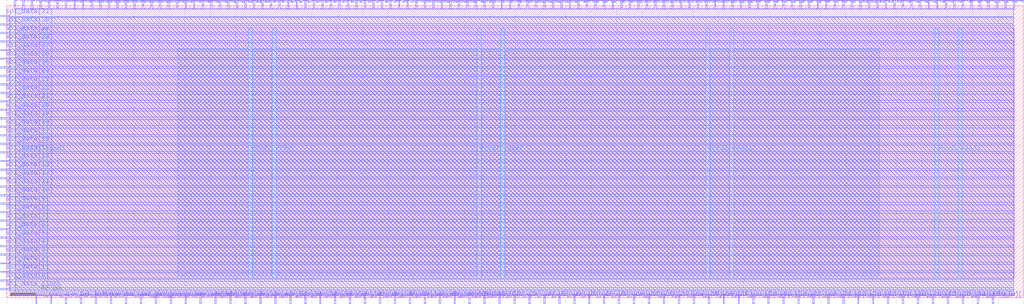
<source format=lef>
VERSION 5.7 ;
  NOWIREEXTENSIONATPIN ON ;
  DIVIDERCHAR "/" ;
  BUSBITCHARS "[]" ;
MACRO controller_core
  CLASS BLOCK ;
  FOREIGN controller_core ;
  ORIGIN 0.000 0.000 ;
  SIZE 800.000 BY 230.000 ;
  PIN clock
    DIRECTION INPUT ;
    USE SIGNAL ;
    PORT
      LAYER Metal2 ;
        RECT 775.320 -4.800 776.440 2.400 ;
    END
  END clock
  PIN clock_out[0]
    DIRECTION OUTPUT TRISTATE ;
    USE SIGNAL ;
    PORT
      LAYER Metal2 ;
        RECT 220.920 227.600 222.040 234.800 ;
    END
  END clock_out[0]
  PIN clock_out[1]
    DIRECTION OUTPUT TRISTATE ;
    USE SIGNAL ;
    PORT
      LAYER Metal2 ;
        RECT 227.640 227.600 228.760 234.800 ;
    END
  END clock_out[1]
  PIN clock_out[2]
    DIRECTION OUTPUT TRISTATE ;
    USE SIGNAL ;
    PORT
      LAYER Metal2 ;
        RECT 234.360 227.600 235.480 234.800 ;
    END
  END clock_out[2]
  PIN clock_out[3]
    DIRECTION OUTPUT TRISTATE ;
    USE SIGNAL ;
    PORT
      LAYER Metal2 ;
        RECT 241.080 227.600 242.200 234.800 ;
    END
  END clock_out[3]
  PIN clock_out[4]
    DIRECTION OUTPUT TRISTATE ;
    USE SIGNAL ;
    PORT
      LAYER Metal2 ;
        RECT 247.800 227.600 248.920 234.800 ;
    END
  END clock_out[4]
  PIN clock_out[5]
    DIRECTION OUTPUT TRISTATE ;
    USE SIGNAL ;
    PORT
      LAYER Metal2 ;
        RECT 254.520 227.600 255.640 234.800 ;
    END
  END clock_out[5]
  PIN clock_out[6]
    DIRECTION OUTPUT TRISTATE ;
    USE SIGNAL ;
    PORT
      LAYER Metal2 ;
        RECT 261.240 227.600 262.360 234.800 ;
    END
  END clock_out[6]
  PIN clock_out[7]
    DIRECTION OUTPUT TRISTATE ;
    USE SIGNAL ;
    PORT
      LAYER Metal2 ;
        RECT 267.960 227.600 269.080 234.800 ;
    END
  END clock_out[7]
  PIN clock_out[8]
    DIRECTION OUTPUT TRISTATE ;
    USE SIGNAL ;
    PORT
      LAYER Metal2 ;
        RECT 274.680 227.600 275.800 234.800 ;
    END
  END clock_out[8]
  PIN clock_out[9]
    DIRECTION OUTPUT TRISTATE ;
    USE SIGNAL ;
    PORT
      LAYER Metal2 ;
        RECT 281.400 227.600 282.520 234.800 ;
    END
  END clock_out[9]
  PIN col_select_left[0]
    DIRECTION OUTPUT TRISTATE ;
    USE SIGNAL ;
    PORT
      LAYER Metal2 ;
        RECT 409.080 227.600 410.200 234.800 ;
    END
  END col_select_left[0]
  PIN col_select_left[1]
    DIRECTION OUTPUT TRISTATE ;
    USE SIGNAL ;
    PORT
      LAYER Metal2 ;
        RECT 415.800 227.600 416.920 234.800 ;
    END
  END col_select_left[1]
  PIN col_select_left[2]
    DIRECTION OUTPUT TRISTATE ;
    USE SIGNAL ;
    PORT
      LAYER Metal2 ;
        RECT 422.520 227.600 423.640 234.800 ;
    END
  END col_select_left[2]
  PIN col_select_left[3]
    DIRECTION OUTPUT TRISTATE ;
    USE SIGNAL ;
    PORT
      LAYER Metal2 ;
        RECT 429.240 227.600 430.360 234.800 ;
    END
  END col_select_left[3]
  PIN col_select_left[4]
    DIRECTION OUTPUT TRISTATE ;
    USE SIGNAL ;
    PORT
      LAYER Metal2 ;
        RECT 435.960 227.600 437.080 234.800 ;
    END
  END col_select_left[4]
  PIN col_select_left[5]
    DIRECTION OUTPUT TRISTATE ;
    USE SIGNAL ;
    PORT
      LAYER Metal2 ;
        RECT 442.680 227.600 443.800 234.800 ;
    END
  END col_select_left[5]
  PIN col_select_right[0]
    DIRECTION OUTPUT TRISTATE ;
    USE SIGNAL ;
    PORT
      LAYER Metal2 ;
        RECT 368.760 227.600 369.880 234.800 ;
    END
  END col_select_right[0]
  PIN col_select_right[1]
    DIRECTION OUTPUT TRISTATE ;
    USE SIGNAL ;
    PORT
      LAYER Metal2 ;
        RECT 375.480 227.600 376.600 234.800 ;
    END
  END col_select_right[1]
  PIN col_select_right[2]
    DIRECTION OUTPUT TRISTATE ;
    USE SIGNAL ;
    PORT
      LAYER Metal2 ;
        RECT 382.200 227.600 383.320 234.800 ;
    END
  END col_select_right[2]
  PIN col_select_right[3]
    DIRECTION OUTPUT TRISTATE ;
    USE SIGNAL ;
    PORT
      LAYER Metal2 ;
        RECT 388.920 227.600 390.040 234.800 ;
    END
  END col_select_right[3]
  PIN col_select_right[4]
    DIRECTION OUTPUT TRISTATE ;
    USE SIGNAL ;
    PORT
      LAYER Metal2 ;
        RECT 395.640 227.600 396.760 234.800 ;
    END
  END col_select_right[4]
  PIN col_select_right[5]
    DIRECTION OUTPUT TRISTATE ;
    USE SIGNAL ;
    PORT
      LAYER Metal2 ;
        RECT 402.360 227.600 403.480 234.800 ;
    END
  END col_select_right[5]
  PIN data_out_left[0]
    DIRECTION OUTPUT TRISTATE ;
    USE SIGNAL ;
    PORT
      LAYER Metal2 ;
        RECT 556.920 227.600 558.040 234.800 ;
    END
  END data_out_left[0]
  PIN data_out_left[10]
    DIRECTION OUTPUT TRISTATE ;
    USE SIGNAL ;
    PORT
      LAYER Metal2 ;
        RECT 624.120 227.600 625.240 234.800 ;
    END
  END data_out_left[10]
  PIN data_out_left[11]
    DIRECTION OUTPUT TRISTATE ;
    USE SIGNAL ;
    PORT
      LAYER Metal2 ;
        RECT 630.840 227.600 631.960 234.800 ;
    END
  END data_out_left[11]
  PIN data_out_left[12]
    DIRECTION OUTPUT TRISTATE ;
    USE SIGNAL ;
    PORT
      LAYER Metal2 ;
        RECT 637.560 227.600 638.680 234.800 ;
    END
  END data_out_left[12]
  PIN data_out_left[13]
    DIRECTION OUTPUT TRISTATE ;
    USE SIGNAL ;
    PORT
      LAYER Metal2 ;
        RECT 644.280 227.600 645.400 234.800 ;
    END
  END data_out_left[13]
  PIN data_out_left[14]
    DIRECTION OUTPUT TRISTATE ;
    USE SIGNAL ;
    PORT
      LAYER Metal2 ;
        RECT 651.000 227.600 652.120 234.800 ;
    END
  END data_out_left[14]
  PIN data_out_left[15]
    DIRECTION OUTPUT TRISTATE ;
    USE SIGNAL ;
    PORT
      LAYER Metal2 ;
        RECT 657.720 227.600 658.840 234.800 ;
    END
  END data_out_left[15]
  PIN data_out_left[1]
    DIRECTION OUTPUT TRISTATE ;
    USE SIGNAL ;
    PORT
      LAYER Metal2 ;
        RECT 563.640 227.600 564.760 234.800 ;
    END
  END data_out_left[1]
  PIN data_out_left[2]
    DIRECTION OUTPUT TRISTATE ;
    USE SIGNAL ;
    PORT
      LAYER Metal2 ;
        RECT 570.360 227.600 571.480 234.800 ;
    END
  END data_out_left[2]
  PIN data_out_left[3]
    DIRECTION OUTPUT TRISTATE ;
    USE SIGNAL ;
    PORT
      LAYER Metal2 ;
        RECT 577.080 227.600 578.200 234.800 ;
    END
  END data_out_left[3]
  PIN data_out_left[4]
    DIRECTION OUTPUT TRISTATE ;
    USE SIGNAL ;
    PORT
      LAYER Metal2 ;
        RECT 583.800 227.600 584.920 234.800 ;
    END
  END data_out_left[4]
  PIN data_out_left[5]
    DIRECTION OUTPUT TRISTATE ;
    USE SIGNAL ;
    PORT
      LAYER Metal2 ;
        RECT 590.520 227.600 591.640 234.800 ;
    END
  END data_out_left[5]
  PIN data_out_left[6]
    DIRECTION OUTPUT TRISTATE ;
    USE SIGNAL ;
    PORT
      LAYER Metal2 ;
        RECT 597.240 227.600 598.360 234.800 ;
    END
  END data_out_left[6]
  PIN data_out_left[7]
    DIRECTION OUTPUT TRISTATE ;
    USE SIGNAL ;
    PORT
      LAYER Metal2 ;
        RECT 603.960 227.600 605.080 234.800 ;
    END
  END data_out_left[7]
  PIN data_out_left[8]
    DIRECTION OUTPUT TRISTATE ;
    USE SIGNAL ;
    PORT
      LAYER Metal2 ;
        RECT 610.680 227.600 611.800 234.800 ;
    END
  END data_out_left[8]
  PIN data_out_left[9]
    DIRECTION OUTPUT TRISTATE ;
    USE SIGNAL ;
    PORT
      LAYER Metal2 ;
        RECT 617.400 227.600 618.520 234.800 ;
    END
  END data_out_left[9]
  PIN data_out_right[0]
    DIRECTION OUTPUT TRISTATE ;
    USE SIGNAL ;
    PORT
      LAYER Metal2 ;
        RECT 449.400 227.600 450.520 234.800 ;
    END
  END data_out_right[0]
  PIN data_out_right[10]
    DIRECTION OUTPUT TRISTATE ;
    USE SIGNAL ;
    PORT
      LAYER Metal2 ;
        RECT 516.600 227.600 517.720 234.800 ;
    END
  END data_out_right[10]
  PIN data_out_right[11]
    DIRECTION OUTPUT TRISTATE ;
    USE SIGNAL ;
    PORT
      LAYER Metal2 ;
        RECT 523.320 227.600 524.440 234.800 ;
    END
  END data_out_right[11]
  PIN data_out_right[12]
    DIRECTION OUTPUT TRISTATE ;
    USE SIGNAL ;
    PORT
      LAYER Metal2 ;
        RECT 530.040 227.600 531.160 234.800 ;
    END
  END data_out_right[12]
  PIN data_out_right[13]
    DIRECTION OUTPUT TRISTATE ;
    USE SIGNAL ;
    PORT
      LAYER Metal2 ;
        RECT 536.760 227.600 537.880 234.800 ;
    END
  END data_out_right[13]
  PIN data_out_right[14]
    DIRECTION OUTPUT TRISTATE ;
    USE SIGNAL ;
    PORT
      LAYER Metal2 ;
        RECT 543.480 227.600 544.600 234.800 ;
    END
  END data_out_right[14]
  PIN data_out_right[15]
    DIRECTION OUTPUT TRISTATE ;
    USE SIGNAL ;
    PORT
      LAYER Metal2 ;
        RECT 550.200 227.600 551.320 234.800 ;
    END
  END data_out_right[15]
  PIN data_out_right[1]
    DIRECTION OUTPUT TRISTATE ;
    USE SIGNAL ;
    PORT
      LAYER Metal2 ;
        RECT 456.120 227.600 457.240 234.800 ;
    END
  END data_out_right[1]
  PIN data_out_right[2]
    DIRECTION OUTPUT TRISTATE ;
    USE SIGNAL ;
    PORT
      LAYER Metal2 ;
        RECT 462.840 227.600 463.960 234.800 ;
    END
  END data_out_right[2]
  PIN data_out_right[3]
    DIRECTION OUTPUT TRISTATE ;
    USE SIGNAL ;
    PORT
      LAYER Metal2 ;
        RECT 469.560 227.600 470.680 234.800 ;
    END
  END data_out_right[3]
  PIN data_out_right[4]
    DIRECTION OUTPUT TRISTATE ;
    USE SIGNAL ;
    PORT
      LAYER Metal2 ;
        RECT 476.280 227.600 477.400 234.800 ;
    END
  END data_out_right[4]
  PIN data_out_right[5]
    DIRECTION OUTPUT TRISTATE ;
    USE SIGNAL ;
    PORT
      LAYER Metal2 ;
        RECT 483.000 227.600 484.120 234.800 ;
    END
  END data_out_right[5]
  PIN data_out_right[6]
    DIRECTION OUTPUT TRISTATE ;
    USE SIGNAL ;
    PORT
      LAYER Metal2 ;
        RECT 489.720 227.600 490.840 234.800 ;
    END
  END data_out_right[6]
  PIN data_out_right[7]
    DIRECTION OUTPUT TRISTATE ;
    USE SIGNAL ;
    PORT
      LAYER Metal2 ;
        RECT 496.440 227.600 497.560 234.800 ;
    END
  END data_out_right[7]
  PIN data_out_right[8]
    DIRECTION OUTPUT TRISTATE ;
    USE SIGNAL ;
    PORT
      LAYER Metal2 ;
        RECT 503.160 227.600 504.280 234.800 ;
    END
  END data_out_right[8]
  PIN data_out_right[9]
    DIRECTION OUTPUT TRISTATE ;
    USE SIGNAL ;
    PORT
      LAYER Metal2 ;
        RECT 509.880 227.600 511.000 234.800 ;
    END
  END data_out_right[9]
  PIN inverter_select[0]
    DIRECTION OUTPUT TRISTATE ;
    USE SIGNAL ;
    PORT
      LAYER Metal2 ;
        RECT 731.640 227.600 732.760 234.800 ;
    END
  END inverter_select[0]
  PIN inverter_select[1]
    DIRECTION OUTPUT TRISTATE ;
    USE SIGNAL ;
    PORT
      LAYER Metal2 ;
        RECT 738.360 227.600 739.480 234.800 ;
    END
  END inverter_select[1]
  PIN inverter_select[2]
    DIRECTION OUTPUT TRISTATE ;
    USE SIGNAL ;
    PORT
      LAYER Metal2 ;
        RECT 745.080 227.600 746.200 234.800 ;
    END
  END inverter_select[2]
  PIN inverter_select[3]
    DIRECTION OUTPUT TRISTATE ;
    USE SIGNAL ;
    PORT
      LAYER Metal2 ;
        RECT 751.800 227.600 752.920 234.800 ;
    END
  END inverter_select[3]
  PIN inverter_select[4]
    DIRECTION OUTPUT TRISTATE ;
    USE SIGNAL ;
    PORT
      LAYER Metal2 ;
        RECT 758.520 227.600 759.640 234.800 ;
    END
  END inverter_select[4]
  PIN inverter_select[5]
    DIRECTION OUTPUT TRISTATE ;
    USE SIGNAL ;
    PORT
      LAYER Metal2 ;
        RECT 765.240 227.600 766.360 234.800 ;
    END
  END inverter_select[5]
  PIN inverter_select[6]
    DIRECTION OUTPUT TRISTATE ;
    USE SIGNAL ;
    PORT
      LAYER Metal2 ;
        RECT 771.960 227.600 773.080 234.800 ;
    END
  END inverter_select[6]
  PIN inverter_select[7]
    DIRECTION OUTPUT TRISTATE ;
    USE SIGNAL ;
    PORT
      LAYER Metal2 ;
        RECT 778.680 227.600 779.800 234.800 ;
    END
  END inverter_select[7]
  PIN inverter_select[8]
    DIRECTION OUTPUT TRISTATE ;
    USE SIGNAL ;
    PORT
      LAYER Metal2 ;
        RECT 785.400 227.600 786.520 234.800 ;
    END
  END inverter_select[8]
  PIN inverter_select[9]
    DIRECTION OUTPUT TRISTATE ;
    USE SIGNAL ;
    PORT
      LAYER Metal2 ;
        RECT 792.120 227.600 793.240 234.800 ;
    END
  END inverter_select[9]
  PIN io_control_trigger_in
    DIRECTION INPUT ;
    USE SIGNAL ;
    PORT
      LAYER Metal2 ;
        RECT 69.720 -4.800 70.840 2.400 ;
    END
  END io_control_trigger_in
  PIN io_control_trigger_oeb
    DIRECTION OUTPUT TRISTATE ;
    USE SIGNAL ;
    PORT
      LAYER Metal2 ;
        RECT 81.480 -4.800 82.600 2.400 ;
    END
  END io_control_trigger_oeb
  PIN io_driver_io_oeb[0]
    DIRECTION OUTPUT TRISTATE ;
    USE SIGNAL ;
    PORT
      LAYER Metal2 ;
        RECT 116.760 -4.800 117.880 2.400 ;
    END
  END io_driver_io_oeb[0]
  PIN io_driver_io_oeb[10]
    DIRECTION OUTPUT TRISTATE ;
    USE SIGNAL ;
    PORT
      LAYER Metal2 ;
        RECT 234.360 -4.800 235.480 2.400 ;
    END
  END io_driver_io_oeb[10]
  PIN io_driver_io_oeb[11]
    DIRECTION OUTPUT TRISTATE ;
    USE SIGNAL ;
    PORT
      LAYER Metal2 ;
        RECT 246.120 -4.800 247.240 2.400 ;
    END
  END io_driver_io_oeb[11]
  PIN io_driver_io_oeb[12]
    DIRECTION OUTPUT TRISTATE ;
    USE SIGNAL ;
    PORT
      LAYER Metal2 ;
        RECT 257.880 -4.800 259.000 2.400 ;
    END
  END io_driver_io_oeb[12]
  PIN io_driver_io_oeb[13]
    DIRECTION OUTPUT TRISTATE ;
    USE SIGNAL ;
    PORT
      LAYER Metal2 ;
        RECT 269.640 -4.800 270.760 2.400 ;
    END
  END io_driver_io_oeb[13]
  PIN io_driver_io_oeb[14]
    DIRECTION OUTPUT TRISTATE ;
    USE SIGNAL ;
    PORT
      LAYER Metal2 ;
        RECT 281.400 -4.800 282.520 2.400 ;
    END
  END io_driver_io_oeb[14]
  PIN io_driver_io_oeb[15]
    DIRECTION OUTPUT TRISTATE ;
    USE SIGNAL ;
    PORT
      LAYER Metal2 ;
        RECT 293.160 -4.800 294.280 2.400 ;
    END
  END io_driver_io_oeb[15]
  PIN io_driver_io_oeb[16]
    DIRECTION OUTPUT TRISTATE ;
    USE SIGNAL ;
    PORT
      LAYER Metal2 ;
        RECT 304.920 -4.800 306.040 2.400 ;
    END
  END io_driver_io_oeb[16]
  PIN io_driver_io_oeb[17]
    DIRECTION OUTPUT TRISTATE ;
    USE SIGNAL ;
    PORT
      LAYER Metal2 ;
        RECT 316.680 -4.800 317.800 2.400 ;
    END
  END io_driver_io_oeb[17]
  PIN io_driver_io_oeb[18]
    DIRECTION OUTPUT TRISTATE ;
    USE SIGNAL ;
    PORT
      LAYER Metal2 ;
        RECT 328.440 -4.800 329.560 2.400 ;
    END
  END io_driver_io_oeb[18]
  PIN io_driver_io_oeb[19]
    DIRECTION OUTPUT TRISTATE ;
    USE SIGNAL ;
    PORT
      LAYER Metal2 ;
        RECT 340.200 -4.800 341.320 2.400 ;
    END
  END io_driver_io_oeb[19]
  PIN io_driver_io_oeb[1]
    DIRECTION OUTPUT TRISTATE ;
    USE SIGNAL ;
    PORT
      LAYER Metal2 ;
        RECT 128.520 -4.800 129.640 2.400 ;
    END
  END io_driver_io_oeb[1]
  PIN io_driver_io_oeb[2]
    DIRECTION OUTPUT TRISTATE ;
    USE SIGNAL ;
    PORT
      LAYER Metal2 ;
        RECT 140.280 -4.800 141.400 2.400 ;
    END
  END io_driver_io_oeb[2]
  PIN io_driver_io_oeb[3]
    DIRECTION OUTPUT TRISTATE ;
    USE SIGNAL ;
    PORT
      LAYER Metal2 ;
        RECT 152.040 -4.800 153.160 2.400 ;
    END
  END io_driver_io_oeb[3]
  PIN io_driver_io_oeb[4]
    DIRECTION OUTPUT TRISTATE ;
    USE SIGNAL ;
    PORT
      LAYER Metal2 ;
        RECT 163.800 -4.800 164.920 2.400 ;
    END
  END io_driver_io_oeb[4]
  PIN io_driver_io_oeb[5]
    DIRECTION OUTPUT TRISTATE ;
    USE SIGNAL ;
    PORT
      LAYER Metal2 ;
        RECT 175.560 -4.800 176.680 2.400 ;
    END
  END io_driver_io_oeb[5]
  PIN io_driver_io_oeb[6]
    DIRECTION OUTPUT TRISTATE ;
    USE SIGNAL ;
    PORT
      LAYER Metal2 ;
        RECT 187.320 -4.800 188.440 2.400 ;
    END
  END io_driver_io_oeb[6]
  PIN io_driver_io_oeb[7]
    DIRECTION OUTPUT TRISTATE ;
    USE SIGNAL ;
    PORT
      LAYER Metal2 ;
        RECT 199.080 -4.800 200.200 2.400 ;
    END
  END io_driver_io_oeb[7]
  PIN io_driver_io_oeb[8]
    DIRECTION OUTPUT TRISTATE ;
    USE SIGNAL ;
    PORT
      LAYER Metal2 ;
        RECT 210.840 -4.800 211.960 2.400 ;
    END
  END io_driver_io_oeb[8]
  PIN io_driver_io_oeb[9]
    DIRECTION OUTPUT TRISTATE ;
    USE SIGNAL ;
    PORT
      LAYER Metal2 ;
        RECT 222.600 -4.800 223.720 2.400 ;
    END
  END io_driver_io_oeb[9]
  PIN io_latch_data_in
    DIRECTION INPUT ;
    USE SIGNAL ;
    PORT
      LAYER Metal2 ;
        RECT 46.200 -4.800 47.320 2.400 ;
    END
  END io_latch_data_in
  PIN io_latch_data_oeb
    DIRECTION OUTPUT TRISTATE ;
    USE SIGNAL ;
    PORT
      LAYER Metal2 ;
        RECT 57.960 -4.800 59.080 2.400 ;
    END
  END io_latch_data_oeb
  PIN io_reset_n_in
    DIRECTION INPUT ;
    USE SIGNAL ;
    PORT
      LAYER Metal2 ;
        RECT 22.680 -4.800 23.800 2.400 ;
    END
  END io_reset_n_in
  PIN io_reset_n_oeb
    DIRECTION OUTPUT TRISTATE ;
    USE SIGNAL ;
    PORT
      LAYER Metal2 ;
        RECT 34.440 -4.800 35.560 2.400 ;
    END
  END io_reset_n_oeb
  PIN io_update_cycle_complete_oeb
    DIRECTION OUTPUT TRISTATE ;
    USE SIGNAL ;
    PORT
      LAYER Metal2 ;
        RECT 105.000 -4.800 106.120 2.400 ;
    END
  END io_update_cycle_complete_oeb
  PIN io_update_cycle_complete_out
    DIRECTION OUTPUT TRISTATE ;
    USE SIGNAL ;
    PORT
      LAYER Metal2 ;
        RECT 93.240 -4.800 94.360 2.400 ;
    END
  END io_update_cycle_complete_out
  PIN la_data_in[0]
    DIRECTION INPUT ;
    USE SIGNAL ;
    PORT
      LAYER Metal2 ;
        RECT 563.640 -4.800 564.760 2.400 ;
    END
  END la_data_in[0]
  PIN la_data_in[10]
    DIRECTION INPUT ;
    USE SIGNAL ;
    PORT
      LAYER Metal2 ;
        RECT 681.240 -4.800 682.360 2.400 ;
    END
  END la_data_in[10]
  PIN la_data_in[11]
    DIRECTION INPUT ;
    USE SIGNAL ;
    PORT
      LAYER Metal2 ;
        RECT 693.000 -4.800 694.120 2.400 ;
    END
  END la_data_in[11]
  PIN la_data_in[12]
    DIRECTION INPUT ;
    USE SIGNAL ;
    PORT
      LAYER Metal2 ;
        RECT 704.760 -4.800 705.880 2.400 ;
    END
  END la_data_in[12]
  PIN la_data_in[13]
    DIRECTION INPUT ;
    USE SIGNAL ;
    PORT
      LAYER Metal2 ;
        RECT 716.520 -4.800 717.640 2.400 ;
    END
  END la_data_in[13]
  PIN la_data_in[14]
    DIRECTION INPUT ;
    USE SIGNAL ;
    PORT
      LAYER Metal2 ;
        RECT 728.280 -4.800 729.400 2.400 ;
    END
  END la_data_in[14]
  PIN la_data_in[15]
    DIRECTION INPUT ;
    USE SIGNAL ;
    PORT
      LAYER Metal2 ;
        RECT 740.040 -4.800 741.160 2.400 ;
    END
  END la_data_in[15]
  PIN la_data_in[16]
    DIRECTION INPUT ;
    USE SIGNAL ;
    PORT
      LAYER Metal2 ;
        RECT 751.800 -4.800 752.920 2.400 ;
    END
  END la_data_in[16]
  PIN la_data_in[17]
    DIRECTION INPUT ;
    USE SIGNAL ;
    PORT
      LAYER Metal2 ;
        RECT 763.560 -4.800 764.680 2.400 ;
    END
  END la_data_in[17]
  PIN la_data_in[1]
    DIRECTION INPUT ;
    USE SIGNAL ;
    PORT
      LAYER Metal2 ;
        RECT 575.400 -4.800 576.520 2.400 ;
    END
  END la_data_in[1]
  PIN la_data_in[2]
    DIRECTION INPUT ;
    USE SIGNAL ;
    PORT
      LAYER Metal2 ;
        RECT 587.160 -4.800 588.280 2.400 ;
    END
  END la_data_in[2]
  PIN la_data_in[3]
    DIRECTION INPUT ;
    USE SIGNAL ;
    PORT
      LAYER Metal2 ;
        RECT 598.920 -4.800 600.040 2.400 ;
    END
  END la_data_in[3]
  PIN la_data_in[4]
    DIRECTION INPUT ;
    USE SIGNAL ;
    PORT
      LAYER Metal2 ;
        RECT 610.680 -4.800 611.800 2.400 ;
    END
  END la_data_in[4]
  PIN la_data_in[5]
    DIRECTION INPUT ;
    USE SIGNAL ;
    PORT
      LAYER Metal2 ;
        RECT 622.440 -4.800 623.560 2.400 ;
    END
  END la_data_in[5]
  PIN la_data_in[6]
    DIRECTION INPUT ;
    USE SIGNAL ;
    PORT
      LAYER Metal2 ;
        RECT 634.200 -4.800 635.320 2.400 ;
    END
  END la_data_in[6]
  PIN la_data_in[7]
    DIRECTION INPUT ;
    USE SIGNAL ;
    PORT
      LAYER Metal2 ;
        RECT 645.960 -4.800 647.080 2.400 ;
    END
  END la_data_in[7]
  PIN la_data_in[8]
    DIRECTION INPUT ;
    USE SIGNAL ;
    PORT
      LAYER Metal2 ;
        RECT 657.720 -4.800 658.840 2.400 ;
    END
  END la_data_in[8]
  PIN la_data_in[9]
    DIRECTION INPUT ;
    USE SIGNAL ;
    PORT
      LAYER Metal2 ;
        RECT 669.480 -4.800 670.600 2.400 ;
    END
  END la_data_in[9]
  PIN la_oenb[0]
    DIRECTION INPUT ;
    USE SIGNAL ;
    PORT
      LAYER Metal2 ;
        RECT 351.960 -4.800 353.080 2.400 ;
    END
  END la_oenb[0]
  PIN la_oenb[10]
    DIRECTION INPUT ;
    USE SIGNAL ;
    PORT
      LAYER Metal2 ;
        RECT 469.560 -4.800 470.680 2.400 ;
    END
  END la_oenb[10]
  PIN la_oenb[11]
    DIRECTION INPUT ;
    USE SIGNAL ;
    PORT
      LAYER Metal2 ;
        RECT 481.320 -4.800 482.440 2.400 ;
    END
  END la_oenb[11]
  PIN la_oenb[12]
    DIRECTION INPUT ;
    USE SIGNAL ;
    PORT
      LAYER Metal2 ;
        RECT 493.080 -4.800 494.200 2.400 ;
    END
  END la_oenb[12]
  PIN la_oenb[13]
    DIRECTION INPUT ;
    USE SIGNAL ;
    PORT
      LAYER Metal2 ;
        RECT 504.840 -4.800 505.960 2.400 ;
    END
  END la_oenb[13]
  PIN la_oenb[14]
    DIRECTION INPUT ;
    USE SIGNAL ;
    PORT
      LAYER Metal2 ;
        RECT 516.600 -4.800 517.720 2.400 ;
    END
  END la_oenb[14]
  PIN la_oenb[15]
    DIRECTION INPUT ;
    USE SIGNAL ;
    PORT
      LAYER Metal2 ;
        RECT 528.360 -4.800 529.480 2.400 ;
    END
  END la_oenb[15]
  PIN la_oenb[16]
    DIRECTION INPUT ;
    USE SIGNAL ;
    PORT
      LAYER Metal2 ;
        RECT 540.120 -4.800 541.240 2.400 ;
    END
  END la_oenb[16]
  PIN la_oenb[17]
    DIRECTION INPUT ;
    USE SIGNAL ;
    PORT
      LAYER Metal2 ;
        RECT 551.880 -4.800 553.000 2.400 ;
    END
  END la_oenb[17]
  PIN la_oenb[1]
    DIRECTION INPUT ;
    USE SIGNAL ;
    PORT
      LAYER Metal2 ;
        RECT 363.720 -4.800 364.840 2.400 ;
    END
  END la_oenb[1]
  PIN la_oenb[2]
    DIRECTION INPUT ;
    USE SIGNAL ;
    PORT
      LAYER Metal2 ;
        RECT 375.480 -4.800 376.600 2.400 ;
    END
  END la_oenb[2]
  PIN la_oenb[3]
    DIRECTION INPUT ;
    USE SIGNAL ;
    PORT
      LAYER Metal2 ;
        RECT 387.240 -4.800 388.360 2.400 ;
    END
  END la_oenb[3]
  PIN la_oenb[4]
    DIRECTION INPUT ;
    USE SIGNAL ;
    PORT
      LAYER Metal2 ;
        RECT 399.000 -4.800 400.120 2.400 ;
    END
  END la_oenb[4]
  PIN la_oenb[5]
    DIRECTION INPUT ;
    USE SIGNAL ;
    PORT
      LAYER Metal2 ;
        RECT 410.760 -4.800 411.880 2.400 ;
    END
  END la_oenb[5]
  PIN la_oenb[6]
    DIRECTION INPUT ;
    USE SIGNAL ;
    PORT
      LAYER Metal2 ;
        RECT 422.520 -4.800 423.640 2.400 ;
    END
  END la_oenb[6]
  PIN la_oenb[7]
    DIRECTION INPUT ;
    USE SIGNAL ;
    PORT
      LAYER Metal2 ;
        RECT 434.280 -4.800 435.400 2.400 ;
    END
  END la_oenb[7]
  PIN la_oenb[8]
    DIRECTION INPUT ;
    USE SIGNAL ;
    PORT
      LAYER Metal2 ;
        RECT 446.040 -4.800 447.160 2.400 ;
    END
  END la_oenb[8]
  PIN la_oenb[9]
    DIRECTION INPUT ;
    USE SIGNAL ;
    PORT
      LAYER Metal2 ;
        RECT 457.800 -4.800 458.920 2.400 ;
    END
  END la_oenb[9]
  PIN mem_address_left[0]
    DIRECTION OUTPUT TRISTATE ;
    USE SIGNAL ;
    PORT
      LAYER Metal2 ;
        RECT 86.520 227.600 87.640 234.800 ;
    END
  END mem_address_left[0]
  PIN mem_address_left[1]
    DIRECTION OUTPUT TRISTATE ;
    USE SIGNAL ;
    PORT
      LAYER Metal2 ;
        RECT 93.240 227.600 94.360 234.800 ;
    END
  END mem_address_left[1]
  PIN mem_address_left[2]
    DIRECTION OUTPUT TRISTATE ;
    USE SIGNAL ;
    PORT
      LAYER Metal2 ;
        RECT 99.960 227.600 101.080 234.800 ;
    END
  END mem_address_left[2]
  PIN mem_address_left[3]
    DIRECTION OUTPUT TRISTATE ;
    USE SIGNAL ;
    PORT
      LAYER Metal2 ;
        RECT 106.680 227.600 107.800 234.800 ;
    END
  END mem_address_left[3]
  PIN mem_address_left[4]
    DIRECTION OUTPUT TRISTATE ;
    USE SIGNAL ;
    PORT
      LAYER Metal2 ;
        RECT 113.400 227.600 114.520 234.800 ;
    END
  END mem_address_left[4]
  PIN mem_address_left[5]
    DIRECTION OUTPUT TRISTATE ;
    USE SIGNAL ;
    PORT
      LAYER Metal2 ;
        RECT 120.120 227.600 121.240 234.800 ;
    END
  END mem_address_left[5]
  PIN mem_address_left[6]
    DIRECTION OUTPUT TRISTATE ;
    USE SIGNAL ;
    PORT
      LAYER Metal2 ;
        RECT 126.840 227.600 127.960 234.800 ;
    END
  END mem_address_left[6]
  PIN mem_address_left[7]
    DIRECTION OUTPUT TRISTATE ;
    USE SIGNAL ;
    PORT
      LAYER Metal2 ;
        RECT 133.560 227.600 134.680 234.800 ;
    END
  END mem_address_left[7]
  PIN mem_address_left[8]
    DIRECTION OUTPUT TRISTATE ;
    USE SIGNAL ;
    PORT
      LAYER Metal2 ;
        RECT 140.280 227.600 141.400 234.800 ;
    END
  END mem_address_left[8]
  PIN mem_address_left[9]
    DIRECTION OUTPUT TRISTATE ;
    USE SIGNAL ;
    PORT
      LAYER Metal2 ;
        RECT 147.000 227.600 148.120 234.800 ;
    END
  END mem_address_left[9]
  PIN mem_address_right[0]
    DIRECTION OUTPUT TRISTATE ;
    USE SIGNAL ;
    PORT
      LAYER Metal2 ;
        RECT 19.320 227.600 20.440 234.800 ;
    END
  END mem_address_right[0]
  PIN mem_address_right[1]
    DIRECTION OUTPUT TRISTATE ;
    USE SIGNAL ;
    PORT
      LAYER Metal2 ;
        RECT 26.040 227.600 27.160 234.800 ;
    END
  END mem_address_right[1]
  PIN mem_address_right[2]
    DIRECTION OUTPUT TRISTATE ;
    USE SIGNAL ;
    PORT
      LAYER Metal2 ;
        RECT 32.760 227.600 33.880 234.800 ;
    END
  END mem_address_right[2]
  PIN mem_address_right[3]
    DIRECTION OUTPUT TRISTATE ;
    USE SIGNAL ;
    PORT
      LAYER Metal2 ;
        RECT 39.480 227.600 40.600 234.800 ;
    END
  END mem_address_right[3]
  PIN mem_address_right[4]
    DIRECTION OUTPUT TRISTATE ;
    USE SIGNAL ;
    PORT
      LAYER Metal2 ;
        RECT 46.200 227.600 47.320 234.800 ;
    END
  END mem_address_right[4]
  PIN mem_address_right[5]
    DIRECTION OUTPUT TRISTATE ;
    USE SIGNAL ;
    PORT
      LAYER Metal2 ;
        RECT 52.920 227.600 54.040 234.800 ;
    END
  END mem_address_right[5]
  PIN mem_address_right[6]
    DIRECTION OUTPUT TRISTATE ;
    USE SIGNAL ;
    PORT
      LAYER Metal2 ;
        RECT 59.640 227.600 60.760 234.800 ;
    END
  END mem_address_right[6]
  PIN mem_address_right[7]
    DIRECTION OUTPUT TRISTATE ;
    USE SIGNAL ;
    PORT
      LAYER Metal2 ;
        RECT 66.360 227.600 67.480 234.800 ;
    END
  END mem_address_right[7]
  PIN mem_address_right[8]
    DIRECTION OUTPUT TRISTATE ;
    USE SIGNAL ;
    PORT
      LAYER Metal2 ;
        RECT 73.080 227.600 74.200 234.800 ;
    END
  END mem_address_right[8]
  PIN mem_address_right[9]
    DIRECTION OUTPUT TRISTATE ;
    USE SIGNAL ;
    PORT
      LAYER Metal2 ;
        RECT 79.800 227.600 80.920 234.800 ;
    END
  END mem_address_right[9]
  PIN mem_write_n[0]
    DIRECTION OUTPUT TRISTATE ;
    USE SIGNAL ;
    PORT
      LAYER Metal2 ;
        RECT 153.720 227.600 154.840 234.800 ;
    END
  END mem_write_n[0]
  PIN mem_write_n[1]
    DIRECTION OUTPUT TRISTATE ;
    USE SIGNAL ;
    PORT
      LAYER Metal2 ;
        RECT 160.440 227.600 161.560 234.800 ;
    END
  END mem_write_n[1]
  PIN mem_write_n[2]
    DIRECTION OUTPUT TRISTATE ;
    USE SIGNAL ;
    PORT
      LAYER Metal2 ;
        RECT 167.160 227.600 168.280 234.800 ;
    END
  END mem_write_n[2]
  PIN mem_write_n[3]
    DIRECTION OUTPUT TRISTATE ;
    USE SIGNAL ;
    PORT
      LAYER Metal2 ;
        RECT 173.880 227.600 175.000 234.800 ;
    END
  END mem_write_n[3]
  PIN mem_write_n[4]
    DIRECTION OUTPUT TRISTATE ;
    USE SIGNAL ;
    PORT
      LAYER Metal2 ;
        RECT 180.600 227.600 181.720 234.800 ;
    END
  END mem_write_n[4]
  PIN mem_write_n[5]
    DIRECTION OUTPUT TRISTATE ;
    USE SIGNAL ;
    PORT
      LAYER Metal2 ;
        RECT 187.320 227.600 188.440 234.800 ;
    END
  END mem_write_n[5]
  PIN mem_write_n[6]
    DIRECTION OUTPUT TRISTATE ;
    USE SIGNAL ;
    PORT
      LAYER Metal2 ;
        RECT 194.040 227.600 195.160 234.800 ;
    END
  END mem_write_n[6]
  PIN mem_write_n[7]
    DIRECTION OUTPUT TRISTATE ;
    USE SIGNAL ;
    PORT
      LAYER Metal2 ;
        RECT 200.760 227.600 201.880 234.800 ;
    END
  END mem_write_n[7]
  PIN mem_write_n[8]
    DIRECTION OUTPUT TRISTATE ;
    USE SIGNAL ;
    PORT
      LAYER Metal2 ;
        RECT 207.480 227.600 208.600 234.800 ;
    END
  END mem_write_n[8]
  PIN mem_write_n[9]
    DIRECTION OUTPUT TRISTATE ;
    USE SIGNAL ;
    PORT
      LAYER Metal2 ;
        RECT 214.200 227.600 215.320 234.800 ;
    END
  END mem_write_n[9]
  PIN output_active_left
    DIRECTION OUTPUT TRISTATE ;
    USE SIGNAL ;
    PORT
      LAYER Metal2 ;
        RECT 12.600 227.600 13.720 234.800 ;
    END
  END output_active_left
  PIN output_active_right
    DIRECTION OUTPUT TRISTATE ;
    USE SIGNAL ;
    PORT
      LAYER Metal2 ;
        RECT 5.880 227.600 7.000 234.800 ;
    END
  END output_active_right
  PIN row_col_select[0]
    DIRECTION OUTPUT TRISTATE ;
    USE SIGNAL ;
    PORT
      LAYER Metal2 ;
        RECT 664.440 227.600 665.560 234.800 ;
    END
  END row_col_select[0]
  PIN row_col_select[1]
    DIRECTION OUTPUT TRISTATE ;
    USE SIGNAL ;
    PORT
      LAYER Metal2 ;
        RECT 671.160 227.600 672.280 234.800 ;
    END
  END row_col_select[1]
  PIN row_col_select[2]
    DIRECTION OUTPUT TRISTATE ;
    USE SIGNAL ;
    PORT
      LAYER Metal2 ;
        RECT 677.880 227.600 679.000 234.800 ;
    END
  END row_col_select[2]
  PIN row_col_select[3]
    DIRECTION OUTPUT TRISTATE ;
    USE SIGNAL ;
    PORT
      LAYER Metal2 ;
        RECT 684.600 227.600 685.720 234.800 ;
    END
  END row_col_select[3]
  PIN row_col_select[4]
    DIRECTION OUTPUT TRISTATE ;
    USE SIGNAL ;
    PORT
      LAYER Metal2 ;
        RECT 691.320 227.600 692.440 234.800 ;
    END
  END row_col_select[4]
  PIN row_col_select[5]
    DIRECTION OUTPUT TRISTATE ;
    USE SIGNAL ;
    PORT
      LAYER Metal2 ;
        RECT 698.040 227.600 699.160 234.800 ;
    END
  END row_col_select[5]
  PIN row_col_select[6]
    DIRECTION OUTPUT TRISTATE ;
    USE SIGNAL ;
    PORT
      LAYER Metal2 ;
        RECT 704.760 227.600 705.880 234.800 ;
    END
  END row_col_select[6]
  PIN row_col_select[7]
    DIRECTION OUTPUT TRISTATE ;
    USE SIGNAL ;
    PORT
      LAYER Metal2 ;
        RECT 711.480 227.600 712.600 234.800 ;
    END
  END row_col_select[7]
  PIN row_col_select[8]
    DIRECTION OUTPUT TRISTATE ;
    USE SIGNAL ;
    PORT
      LAYER Metal2 ;
        RECT 718.200 227.600 719.320 234.800 ;
    END
  END row_col_select[8]
  PIN row_col_select[9]
    DIRECTION OUTPUT TRISTATE ;
    USE SIGNAL ;
    PORT
      LAYER Metal2 ;
        RECT 724.920 227.600 726.040 234.800 ;
    END
  END row_col_select[9]
  PIN row_select_left[0]
    DIRECTION OUTPUT TRISTATE ;
    USE SIGNAL ;
    PORT
      LAYER Metal2 ;
        RECT 328.440 227.600 329.560 234.800 ;
    END
  END row_select_left[0]
  PIN row_select_left[1]
    DIRECTION OUTPUT TRISTATE ;
    USE SIGNAL ;
    PORT
      LAYER Metal2 ;
        RECT 335.160 227.600 336.280 234.800 ;
    END
  END row_select_left[1]
  PIN row_select_left[2]
    DIRECTION OUTPUT TRISTATE ;
    USE SIGNAL ;
    PORT
      LAYER Metal2 ;
        RECT 341.880 227.600 343.000 234.800 ;
    END
  END row_select_left[2]
  PIN row_select_left[3]
    DIRECTION OUTPUT TRISTATE ;
    USE SIGNAL ;
    PORT
      LAYER Metal2 ;
        RECT 348.600 227.600 349.720 234.800 ;
    END
  END row_select_left[3]
  PIN row_select_left[4]
    DIRECTION OUTPUT TRISTATE ;
    USE SIGNAL ;
    PORT
      LAYER Metal2 ;
        RECT 355.320 227.600 356.440 234.800 ;
    END
  END row_select_left[4]
  PIN row_select_left[5]
    DIRECTION OUTPUT TRISTATE ;
    USE SIGNAL ;
    PORT
      LAYER Metal2 ;
        RECT 362.040 227.600 363.160 234.800 ;
    END
  END row_select_left[5]
  PIN row_select_right[0]
    DIRECTION OUTPUT TRISTATE ;
    USE SIGNAL ;
    PORT
      LAYER Metal2 ;
        RECT 288.120 227.600 289.240 234.800 ;
    END
  END row_select_right[0]
  PIN row_select_right[1]
    DIRECTION OUTPUT TRISTATE ;
    USE SIGNAL ;
    PORT
      LAYER Metal2 ;
        RECT 294.840 227.600 295.960 234.800 ;
    END
  END row_select_right[1]
  PIN row_select_right[2]
    DIRECTION OUTPUT TRISTATE ;
    USE SIGNAL ;
    PORT
      LAYER Metal2 ;
        RECT 301.560 227.600 302.680 234.800 ;
    END
  END row_select_right[2]
  PIN row_select_right[3]
    DIRECTION OUTPUT TRISTATE ;
    USE SIGNAL ;
    PORT
      LAYER Metal2 ;
        RECT 308.280 227.600 309.400 234.800 ;
    END
  END row_select_right[3]
  PIN row_select_right[4]
    DIRECTION OUTPUT TRISTATE ;
    USE SIGNAL ;
    PORT
      LAYER Metal2 ;
        RECT 315.000 227.600 316.120 234.800 ;
    END
  END row_select_right[4]
  PIN row_select_right[5]
    DIRECTION OUTPUT TRISTATE ;
    USE SIGNAL ;
    PORT
      LAYER Metal2 ;
        RECT 321.720 227.600 322.840 234.800 ;
    END
  END row_select_right[5]
  PIN spi_data[0]
    DIRECTION INPUT ;
    USE SIGNAL ;
    PORT
      LAYER Metal3 ;
        RECT -4.800 13.160 2.400 14.280 ;
    END
  END spi_data[0]
  PIN spi_data[10]
    DIRECTION INPUT ;
    USE SIGNAL ;
    PORT
      LAYER Metal3 ;
        RECT -4.800 80.360 2.400 81.480 ;
    END
  END spi_data[10]
  PIN spi_data[11]
    DIRECTION INPUT ;
    USE SIGNAL ;
    PORT
      LAYER Metal3 ;
        RECT -4.800 87.080 2.400 88.200 ;
    END
  END spi_data[11]
  PIN spi_data[12]
    DIRECTION INPUT ;
    USE SIGNAL ;
    PORT
      LAYER Metal3 ;
        RECT -4.800 93.800 2.400 94.920 ;
    END
  END spi_data[12]
  PIN spi_data[13]
    DIRECTION INPUT ;
    USE SIGNAL ;
    PORT
      LAYER Metal3 ;
        RECT -4.800 100.520 2.400 101.640 ;
    END
  END spi_data[13]
  PIN spi_data[14]
    DIRECTION INPUT ;
    USE SIGNAL ;
    PORT
      LAYER Metal3 ;
        RECT -4.800 107.240 2.400 108.360 ;
    END
  END spi_data[14]
  PIN spi_data[15]
    DIRECTION INPUT ;
    USE SIGNAL ;
    PORT
      LAYER Metal3 ;
        RECT -4.800 113.960 2.400 115.080 ;
    END
  END spi_data[15]
  PIN spi_data[16]
    DIRECTION INPUT ;
    USE SIGNAL ;
    PORT
      LAYER Metal3 ;
        RECT -4.800 120.680 2.400 121.800 ;
    END
  END spi_data[16]
  PIN spi_data[17]
    DIRECTION INPUT ;
    USE SIGNAL ;
    PORT
      LAYER Metal3 ;
        RECT -4.800 127.400 2.400 128.520 ;
    END
  END spi_data[17]
  PIN spi_data[18]
    DIRECTION INPUT ;
    USE SIGNAL ;
    PORT
      LAYER Metal3 ;
        RECT -4.800 134.120 2.400 135.240 ;
    END
  END spi_data[18]
  PIN spi_data[19]
    DIRECTION INPUT ;
    USE SIGNAL ;
    PORT
      LAYER Metal3 ;
        RECT -4.800 140.840 2.400 141.960 ;
    END
  END spi_data[19]
  PIN spi_data[1]
    DIRECTION INPUT ;
    USE SIGNAL ;
    PORT
      LAYER Metal3 ;
        RECT -4.800 19.880 2.400 21.000 ;
    END
  END spi_data[1]
  PIN spi_data[20]
    DIRECTION INPUT ;
    USE SIGNAL ;
    PORT
      LAYER Metal3 ;
        RECT -4.800 147.560 2.400 148.680 ;
    END
  END spi_data[20]
  PIN spi_data[21]
    DIRECTION INPUT ;
    USE SIGNAL ;
    PORT
      LAYER Metal3 ;
        RECT -4.800 154.280 2.400 155.400 ;
    END
  END spi_data[21]
  PIN spi_data[22]
    DIRECTION INPUT ;
    USE SIGNAL ;
    PORT
      LAYER Metal3 ;
        RECT -4.800 161.000 2.400 162.120 ;
    END
  END spi_data[22]
  PIN spi_data[23]
    DIRECTION INPUT ;
    USE SIGNAL ;
    PORT
      LAYER Metal3 ;
        RECT -4.800 167.720 2.400 168.840 ;
    END
  END spi_data[23]
  PIN spi_data[24]
    DIRECTION INPUT ;
    USE SIGNAL ;
    PORT
      LAYER Metal3 ;
        RECT -4.800 174.440 2.400 175.560 ;
    END
  END spi_data[24]
  PIN spi_data[25]
    DIRECTION INPUT ;
    USE SIGNAL ;
    PORT
      LAYER Metal3 ;
        RECT -4.800 181.160 2.400 182.280 ;
    END
  END spi_data[25]
  PIN spi_data[26]
    DIRECTION INPUT ;
    USE SIGNAL ;
    PORT
      LAYER Metal3 ;
        RECT -4.800 187.880 2.400 189.000 ;
    END
  END spi_data[26]
  PIN spi_data[27]
    DIRECTION INPUT ;
    USE SIGNAL ;
    PORT
      LAYER Metal3 ;
        RECT -4.800 194.600 2.400 195.720 ;
    END
  END spi_data[27]
  PIN spi_data[28]
    DIRECTION INPUT ;
    USE SIGNAL ;
    PORT
      LAYER Metal3 ;
        RECT -4.800 201.320 2.400 202.440 ;
    END
  END spi_data[28]
  PIN spi_data[29]
    DIRECTION INPUT ;
    USE SIGNAL ;
    PORT
      LAYER Metal3 ;
        RECT -4.800 208.040 2.400 209.160 ;
    END
  END spi_data[29]
  PIN spi_data[2]
    DIRECTION INPUT ;
    USE SIGNAL ;
    PORT
      LAYER Metal3 ;
        RECT -4.800 26.600 2.400 27.720 ;
    END
  END spi_data[2]
  PIN spi_data[30]
    DIRECTION INPUT ;
    USE SIGNAL ;
    PORT
      LAYER Metal3 ;
        RECT -4.800 214.760 2.400 215.880 ;
    END
  END spi_data[30]
  PIN spi_data[31]
    DIRECTION INPUT ;
    USE SIGNAL ;
    PORT
      LAYER Metal3 ;
        RECT -4.800 221.480 2.400 222.600 ;
    END
  END spi_data[31]
  PIN spi_data[3]
    DIRECTION INPUT ;
    USE SIGNAL ;
    PORT
      LAYER Metal3 ;
        RECT -4.800 33.320 2.400 34.440 ;
    END
  END spi_data[3]
  PIN spi_data[4]
    DIRECTION INPUT ;
    USE SIGNAL ;
    PORT
      LAYER Metal3 ;
        RECT -4.800 40.040 2.400 41.160 ;
    END
  END spi_data[4]
  PIN spi_data[5]
    DIRECTION INPUT ;
    USE SIGNAL ;
    PORT
      LAYER Metal3 ;
        RECT -4.800 46.760 2.400 47.880 ;
    END
  END spi_data[5]
  PIN spi_data[6]
    DIRECTION INPUT ;
    USE SIGNAL ;
    PORT
      LAYER Metal3 ;
        RECT -4.800 53.480 2.400 54.600 ;
    END
  END spi_data[6]
  PIN spi_data[7]
    DIRECTION INPUT ;
    USE SIGNAL ;
    PORT
      LAYER Metal3 ;
        RECT -4.800 60.200 2.400 61.320 ;
    END
  END spi_data[7]
  PIN spi_data[8]
    DIRECTION INPUT ;
    USE SIGNAL ;
    PORT
      LAYER Metal3 ;
        RECT -4.800 66.920 2.400 68.040 ;
    END
  END spi_data[8]
  PIN spi_data[9]
    DIRECTION INPUT ;
    USE SIGNAL ;
    PORT
      LAYER Metal3 ;
        RECT -4.800 73.640 2.400 74.760 ;
    END
  END spi_data[9]
  PIN spi_data_clock
    DIRECTION INPUT ;
    USE SIGNAL ;
    PORT
      LAYER Metal3 ;
        RECT -4.800 6.440 2.400 7.560 ;
    END
  END spi_data_clock
  PIN vccd1
    DIRECTION INOUT ;
    USE POWER ;
    PORT
      LAYER Metal4 ;
        RECT 10.170 15.380 13.270 211.980 ;
    END
    PORT
      LAYER Metal4 ;
        RECT 190.170 15.380 193.270 211.980 ;
    END
    PORT
      LAYER Metal4 ;
        RECT 370.170 15.380 373.270 211.980 ;
    END
    PORT
      LAYER Metal4 ;
        RECT 550.170 15.380 553.270 211.980 ;
    END
    PORT
      LAYER Metal4 ;
        RECT 730.170 15.380 733.270 211.980 ;
    END
  END vccd1
  PIN vssd1
    DIRECTION INOUT ;
    USE GROUND ;
    PORT
      LAYER Metal4 ;
        RECT 28.770 15.380 31.870 211.980 ;
    END
    PORT
      LAYER Metal4 ;
        RECT 208.770 15.380 211.870 211.980 ;
    END
    PORT
      LAYER Metal4 ;
        RECT 388.770 15.380 391.870 211.980 ;
    END
    PORT
      LAYER Metal4 ;
        RECT 568.770 15.380 571.870 211.980 ;
    END
    PORT
      LAYER Metal4 ;
        RECT 748.770 15.380 751.870 211.980 ;
    END
  END vssd1
  OBS
      LAYER Metal1 ;
        RECT 6.720 15.380 792.960 212.650 ;
      LAYER Metal2 ;
        RECT 7.300 227.300 12.300 228.340 ;
        RECT 14.020 227.300 19.020 228.340 ;
        RECT 20.740 227.300 25.740 228.340 ;
        RECT 27.460 227.300 32.460 228.340 ;
        RECT 34.180 227.300 39.180 228.340 ;
        RECT 40.900 227.300 45.900 228.340 ;
        RECT 47.620 227.300 52.620 228.340 ;
        RECT 54.340 227.300 59.340 228.340 ;
        RECT 61.060 227.300 66.060 228.340 ;
        RECT 67.780 227.300 72.780 228.340 ;
        RECT 74.500 227.300 79.500 228.340 ;
        RECT 81.220 227.300 86.220 228.340 ;
        RECT 87.940 227.300 92.940 228.340 ;
        RECT 94.660 227.300 99.660 228.340 ;
        RECT 101.380 227.300 106.380 228.340 ;
        RECT 108.100 227.300 113.100 228.340 ;
        RECT 114.820 227.300 119.820 228.340 ;
        RECT 121.540 227.300 126.540 228.340 ;
        RECT 128.260 227.300 133.260 228.340 ;
        RECT 134.980 227.300 139.980 228.340 ;
        RECT 141.700 227.300 146.700 228.340 ;
        RECT 148.420 227.300 153.420 228.340 ;
        RECT 155.140 227.300 160.140 228.340 ;
        RECT 161.860 227.300 166.860 228.340 ;
        RECT 168.580 227.300 173.580 228.340 ;
        RECT 175.300 227.300 180.300 228.340 ;
        RECT 182.020 227.300 187.020 228.340 ;
        RECT 188.740 227.300 193.740 228.340 ;
        RECT 195.460 227.300 200.460 228.340 ;
        RECT 202.180 227.300 207.180 228.340 ;
        RECT 208.900 227.300 213.900 228.340 ;
        RECT 215.620 227.300 220.620 228.340 ;
        RECT 222.340 227.300 227.340 228.340 ;
        RECT 229.060 227.300 234.060 228.340 ;
        RECT 235.780 227.300 240.780 228.340 ;
        RECT 242.500 227.300 247.500 228.340 ;
        RECT 249.220 227.300 254.220 228.340 ;
        RECT 255.940 227.300 260.940 228.340 ;
        RECT 262.660 227.300 267.660 228.340 ;
        RECT 269.380 227.300 274.380 228.340 ;
        RECT 276.100 227.300 281.100 228.340 ;
        RECT 282.820 227.300 287.820 228.340 ;
        RECT 289.540 227.300 294.540 228.340 ;
        RECT 296.260 227.300 301.260 228.340 ;
        RECT 302.980 227.300 307.980 228.340 ;
        RECT 309.700 227.300 314.700 228.340 ;
        RECT 316.420 227.300 321.420 228.340 ;
        RECT 323.140 227.300 328.140 228.340 ;
        RECT 329.860 227.300 334.860 228.340 ;
        RECT 336.580 227.300 341.580 228.340 ;
        RECT 343.300 227.300 348.300 228.340 ;
        RECT 350.020 227.300 355.020 228.340 ;
        RECT 356.740 227.300 361.740 228.340 ;
        RECT 363.460 227.300 368.460 228.340 ;
        RECT 370.180 227.300 375.180 228.340 ;
        RECT 376.900 227.300 381.900 228.340 ;
        RECT 383.620 227.300 388.620 228.340 ;
        RECT 390.340 227.300 395.340 228.340 ;
        RECT 397.060 227.300 402.060 228.340 ;
        RECT 403.780 227.300 408.780 228.340 ;
        RECT 410.500 227.300 415.500 228.340 ;
        RECT 417.220 227.300 422.220 228.340 ;
        RECT 423.940 227.300 428.940 228.340 ;
        RECT 430.660 227.300 435.660 228.340 ;
        RECT 437.380 227.300 442.380 228.340 ;
        RECT 444.100 227.300 449.100 228.340 ;
        RECT 450.820 227.300 455.820 228.340 ;
        RECT 457.540 227.300 462.540 228.340 ;
        RECT 464.260 227.300 469.260 228.340 ;
        RECT 470.980 227.300 475.980 228.340 ;
        RECT 477.700 227.300 482.700 228.340 ;
        RECT 484.420 227.300 489.420 228.340 ;
        RECT 491.140 227.300 496.140 228.340 ;
        RECT 497.860 227.300 502.860 228.340 ;
        RECT 504.580 227.300 509.580 228.340 ;
        RECT 511.300 227.300 516.300 228.340 ;
        RECT 518.020 227.300 523.020 228.340 ;
        RECT 524.740 227.300 529.740 228.340 ;
        RECT 531.460 227.300 536.460 228.340 ;
        RECT 538.180 227.300 543.180 228.340 ;
        RECT 544.900 227.300 549.900 228.340 ;
        RECT 551.620 227.300 556.620 228.340 ;
        RECT 558.340 227.300 563.340 228.340 ;
        RECT 565.060 227.300 570.060 228.340 ;
        RECT 571.780 227.300 576.780 228.340 ;
        RECT 578.500 227.300 583.500 228.340 ;
        RECT 585.220 227.300 590.220 228.340 ;
        RECT 591.940 227.300 596.940 228.340 ;
        RECT 598.660 227.300 603.660 228.340 ;
        RECT 605.380 227.300 610.380 228.340 ;
        RECT 612.100 227.300 617.100 228.340 ;
        RECT 618.820 227.300 623.820 228.340 ;
        RECT 625.540 227.300 630.540 228.340 ;
        RECT 632.260 227.300 637.260 228.340 ;
        RECT 638.980 227.300 643.980 228.340 ;
        RECT 645.700 227.300 650.700 228.340 ;
        RECT 652.420 227.300 657.420 228.340 ;
        RECT 659.140 227.300 664.140 228.340 ;
        RECT 665.860 227.300 670.860 228.340 ;
        RECT 672.580 227.300 677.580 228.340 ;
        RECT 679.300 227.300 684.300 228.340 ;
        RECT 686.020 227.300 691.020 228.340 ;
        RECT 692.740 227.300 697.740 228.340 ;
        RECT 699.460 227.300 704.460 228.340 ;
        RECT 706.180 227.300 711.180 228.340 ;
        RECT 712.900 227.300 717.900 228.340 ;
        RECT 719.620 227.300 724.620 228.340 ;
        RECT 726.340 227.300 731.340 228.340 ;
        RECT 733.060 227.300 738.060 228.340 ;
        RECT 739.780 227.300 744.780 228.340 ;
        RECT 746.500 227.300 751.500 228.340 ;
        RECT 753.220 227.300 758.220 228.340 ;
        RECT 759.940 227.300 764.940 228.340 ;
        RECT 766.660 227.300 771.660 228.340 ;
        RECT 773.380 227.300 778.380 228.340 ;
        RECT 780.100 227.300 785.100 228.340 ;
        RECT 786.820 227.300 791.820 228.340 ;
        RECT 6.860 2.700 792.260 227.300 ;
        RECT 6.860 1.820 22.380 2.700 ;
        RECT 24.100 1.820 34.140 2.700 ;
        RECT 35.860 1.820 45.900 2.700 ;
        RECT 47.620 1.820 57.660 2.700 ;
        RECT 59.380 1.820 69.420 2.700 ;
        RECT 71.140 1.820 81.180 2.700 ;
        RECT 82.900 1.820 92.940 2.700 ;
        RECT 94.660 1.820 104.700 2.700 ;
        RECT 106.420 1.820 116.460 2.700 ;
        RECT 118.180 1.820 128.220 2.700 ;
        RECT 129.940 1.820 139.980 2.700 ;
        RECT 141.700 1.820 151.740 2.700 ;
        RECT 153.460 1.820 163.500 2.700 ;
        RECT 165.220 1.820 175.260 2.700 ;
        RECT 176.980 1.820 187.020 2.700 ;
        RECT 188.740 1.820 198.780 2.700 ;
        RECT 200.500 1.820 210.540 2.700 ;
        RECT 212.260 1.820 222.300 2.700 ;
        RECT 224.020 1.820 234.060 2.700 ;
        RECT 235.780 1.820 245.820 2.700 ;
        RECT 247.540 1.820 257.580 2.700 ;
        RECT 259.300 1.820 269.340 2.700 ;
        RECT 271.060 1.820 281.100 2.700 ;
        RECT 282.820 1.820 292.860 2.700 ;
        RECT 294.580 1.820 304.620 2.700 ;
        RECT 306.340 1.820 316.380 2.700 ;
        RECT 318.100 1.820 328.140 2.700 ;
        RECT 329.860 1.820 339.900 2.700 ;
        RECT 341.620 1.820 351.660 2.700 ;
        RECT 353.380 1.820 363.420 2.700 ;
        RECT 365.140 1.820 375.180 2.700 ;
        RECT 376.900 1.820 386.940 2.700 ;
        RECT 388.660 1.820 398.700 2.700 ;
        RECT 400.420 1.820 410.460 2.700 ;
        RECT 412.180 1.820 422.220 2.700 ;
        RECT 423.940 1.820 433.980 2.700 ;
        RECT 435.700 1.820 445.740 2.700 ;
        RECT 447.460 1.820 457.500 2.700 ;
        RECT 459.220 1.820 469.260 2.700 ;
        RECT 470.980 1.820 481.020 2.700 ;
        RECT 482.740 1.820 492.780 2.700 ;
        RECT 494.500 1.820 504.540 2.700 ;
        RECT 506.260 1.820 516.300 2.700 ;
        RECT 518.020 1.820 528.060 2.700 ;
        RECT 529.780 1.820 539.820 2.700 ;
        RECT 541.540 1.820 551.580 2.700 ;
        RECT 553.300 1.820 563.340 2.700 ;
        RECT 565.060 1.820 575.100 2.700 ;
        RECT 576.820 1.820 586.860 2.700 ;
        RECT 588.580 1.820 598.620 2.700 ;
        RECT 600.340 1.820 610.380 2.700 ;
        RECT 612.100 1.820 622.140 2.700 ;
        RECT 623.860 1.820 633.900 2.700 ;
        RECT 635.620 1.820 645.660 2.700 ;
        RECT 647.380 1.820 657.420 2.700 ;
        RECT 659.140 1.820 669.180 2.700 ;
        RECT 670.900 1.820 680.940 2.700 ;
        RECT 682.660 1.820 692.700 2.700 ;
        RECT 694.420 1.820 704.460 2.700 ;
        RECT 706.180 1.820 716.220 2.700 ;
        RECT 717.940 1.820 727.980 2.700 ;
        RECT 729.700 1.820 739.740 2.700 ;
        RECT 741.460 1.820 751.500 2.700 ;
        RECT 753.220 1.820 763.260 2.700 ;
        RECT 764.980 1.820 775.020 2.700 ;
        RECT 776.740 1.820 792.260 2.700 ;
      LAYER Metal3 ;
        RECT 2.700 221.180 792.310 221.620 ;
        RECT 1.820 216.180 792.310 221.180 ;
        RECT 2.700 214.460 792.310 216.180 ;
        RECT 1.820 209.460 792.310 214.460 ;
        RECT 2.700 207.740 792.310 209.460 ;
        RECT 1.820 202.740 792.310 207.740 ;
        RECT 2.700 201.020 792.310 202.740 ;
        RECT 1.820 196.020 792.310 201.020 ;
        RECT 2.700 194.300 792.310 196.020 ;
        RECT 1.820 189.300 792.310 194.300 ;
        RECT 2.700 187.580 792.310 189.300 ;
        RECT 1.820 182.580 792.310 187.580 ;
        RECT 2.700 180.860 792.310 182.580 ;
        RECT 1.820 175.860 792.310 180.860 ;
        RECT 2.700 174.140 792.310 175.860 ;
        RECT 1.820 169.140 792.310 174.140 ;
        RECT 2.700 167.420 792.310 169.140 ;
        RECT 1.820 162.420 792.310 167.420 ;
        RECT 2.700 160.700 792.310 162.420 ;
        RECT 1.820 155.700 792.310 160.700 ;
        RECT 2.700 153.980 792.310 155.700 ;
        RECT 1.820 148.980 792.310 153.980 ;
        RECT 2.700 147.260 792.310 148.980 ;
        RECT 1.820 142.260 792.310 147.260 ;
        RECT 2.700 140.540 792.310 142.260 ;
        RECT 1.820 135.540 792.310 140.540 ;
        RECT 2.700 133.820 792.310 135.540 ;
        RECT 1.820 128.820 792.310 133.820 ;
        RECT 2.700 127.100 792.310 128.820 ;
        RECT 1.820 122.100 792.310 127.100 ;
        RECT 2.700 120.380 792.310 122.100 ;
        RECT 1.820 115.380 792.310 120.380 ;
        RECT 2.700 113.660 792.310 115.380 ;
        RECT 1.820 108.660 792.310 113.660 ;
        RECT 2.700 106.940 792.310 108.660 ;
        RECT 1.820 101.940 792.310 106.940 ;
        RECT 2.700 100.220 792.310 101.940 ;
        RECT 1.820 95.220 792.310 100.220 ;
        RECT 2.700 93.500 792.310 95.220 ;
        RECT 1.820 88.500 792.310 93.500 ;
        RECT 2.700 86.780 792.310 88.500 ;
        RECT 1.820 81.780 792.310 86.780 ;
        RECT 2.700 80.060 792.310 81.780 ;
        RECT 1.820 75.060 792.310 80.060 ;
        RECT 2.700 73.340 792.310 75.060 ;
        RECT 1.820 68.340 792.310 73.340 ;
        RECT 2.700 66.620 792.310 68.340 ;
        RECT 1.820 61.620 792.310 66.620 ;
        RECT 2.700 59.900 792.310 61.620 ;
        RECT 1.820 54.900 792.310 59.900 ;
        RECT 2.700 53.180 792.310 54.900 ;
        RECT 1.820 48.180 792.310 53.180 ;
        RECT 2.700 46.460 792.310 48.180 ;
        RECT 1.820 41.460 792.310 46.460 ;
        RECT 2.700 39.740 792.310 41.460 ;
        RECT 1.820 34.740 792.310 39.740 ;
        RECT 2.700 33.020 792.310 34.740 ;
        RECT 1.820 28.020 792.310 33.020 ;
        RECT 2.700 26.300 792.310 28.020 ;
        RECT 1.820 21.300 792.310 26.300 ;
        RECT 2.700 19.580 792.310 21.300 ;
        RECT 1.820 14.580 792.310 19.580 ;
        RECT 2.700 12.860 792.310 14.580 ;
        RECT 1.820 7.860 792.310 12.860 ;
        RECT 2.700 6.140 792.310 7.860 ;
        RECT 1.820 5.180 792.310 6.140 ;
      LAYER Metal4 ;
        RECT 134.540 17.450 189.870 196.470 ;
        RECT 193.570 17.450 208.470 196.470 ;
        RECT 212.170 17.450 369.870 196.470 ;
        RECT 373.570 17.450 388.470 196.470 ;
        RECT 392.170 17.450 549.870 196.470 ;
        RECT 553.570 17.450 568.470 196.470 ;
        RECT 572.170 17.450 686.420 196.470 ;
  END
END controller_core
END LIBRARY


</source>
